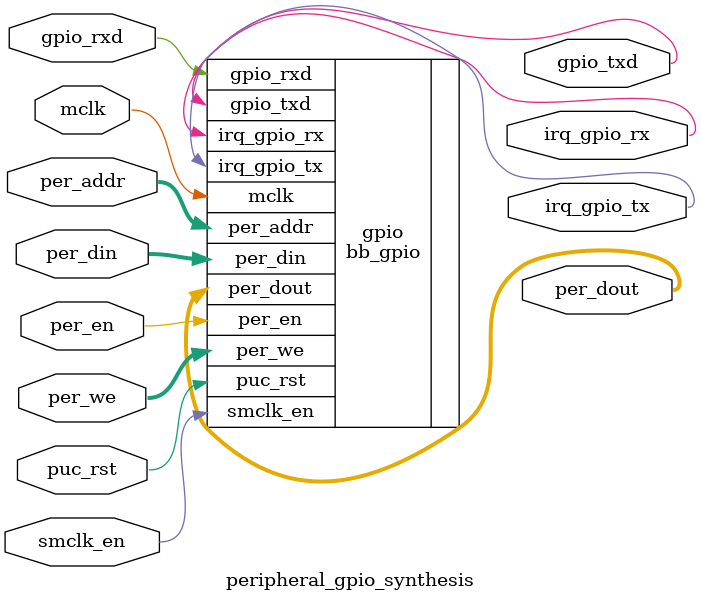
<source format=sv>

/* Copyright (c) 2018-2019 by the author(s)
 *
 * Permission is hereby granted, free of charge, to any person obtaining a copy
 * of this software and associated documentation files (the "Software"), to deal
 * in the Software without restriction, including without limitation the rights
 * to use, copy, modify, merge, publish, distribute, sublicense, and/or sell
 * copies of the Software, and to permit persons to whom the Software is
 * furnished to do so, subject to the following conditions:
 *
 * The above copyright notice and this permission notice shall be included in
 * all copies or substantial portions of the Software.
 *
 * THE SOFTWARE IS PROVIDED "AS IS", WITHOUT WARRANTY OF ANY KIND, EXPRESS OR
 * IMPLIED, INCLUDING BUT NOT LIMITED TO THE WARRANTIES OF MERCHANTABILITY,
 * FITNESS FOR A PARTICULAR PURPOSE AND NONINFRINGEMENT. IN NO EVENT SHALL THE
 * AUTHORS OR COPYRIGHT HOLDERS BE LIABLE FOR ANY CLAIM, DAMAGES OR OTHER
 * LIABILITY, WHETHER IN AN ACTION OF CONTRACT, TORT OR OTHERWISE, ARISING FROM,
 * OUT OF OR IN CONNECTION WITH THE SOFTWARE OR THE USE OR OTHER DEALINGS IN
 * THE SOFTWARE.
 *
 * =============================================================================
 * Author(s):
 *   Paco Reina Campo <pacoreinacampo@queenfield.tech>
 */

module peripheral_gpio_synthesis (
  input mclk,    // Main system clock
  input puc_rst, // Main system reset

  input smclk_en,  // SMCLK enable (from CPU)

  input  [13:0] per_addr,  // Peripheral address
  output [15:0] per_dout,  // Peripheral data output
  input  [15:0] per_din,   // Peripheral data input
  input         per_en,    // Peripheral enable (high active)
  input  [ 1:0] per_we,    // Peripheral write enable (high active)

  output irq_gpio_rx,  // UART receive interrupt
  output irq_gpio_tx,  // UART transmit interrupt
  input  gpio_rxd,     // UART Data Receive (RXD)
  output gpio_txd      // UART Data Transmit (TXD)
);

  //////////////////////////////////////////////////////////////////
  //
  // Module Body
  //

  // DUT BB
  bb_gpio gpio (
    .mclk   (mclk),    // Main system clock
    .puc_rst(puc_rst), // Main system reset

    .smclk_en(smclk_en),  // SMCLK enable (from CPU)

    .per_addr(per_addr),  // Peripheral address
    .per_dout(per_dout),  // Peripheral data output
    .per_din (per_din),   // Peripheral data input
    .per_en  (per_en),    // Peripheral enable (high active)
    .per_we  (per_we),    // Peripheral write enable (high active)

    .irq_gpio_rx(irq_gpio_rx),  // UART receive interrupt
    .irq_gpio_tx(irq_gpio_tx),  // UART transmit interrupt
    .gpio_rxd   (gpio_rxd),     // UART Data Receive (RXD)
    .gpio_txd   (gpio_txd)      // UART Data Transmit (TXD)
  );
endmodule

</source>
